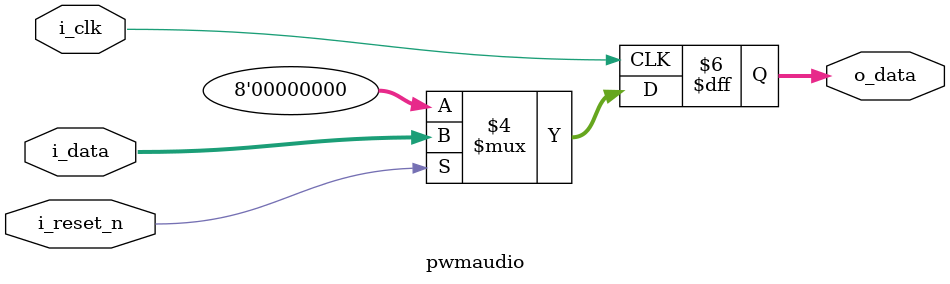
<source format=v>

`default_nettype none
`timescale 1ps/1ps

module pwmaudio(
    input   wire    [0:0]   i_clk,
    input   wire    [0:0]   i_reset_n,
    input   wire    [7:0]   i_data,
    output  reg     [7:0]   o_data
);

always @(posedge i_clk) begin
    if(!i_reset_n) begin
        o_data <= 8'h00;
    end else begin
        o_data <= i_data;
    end
end

endmodule

</source>
